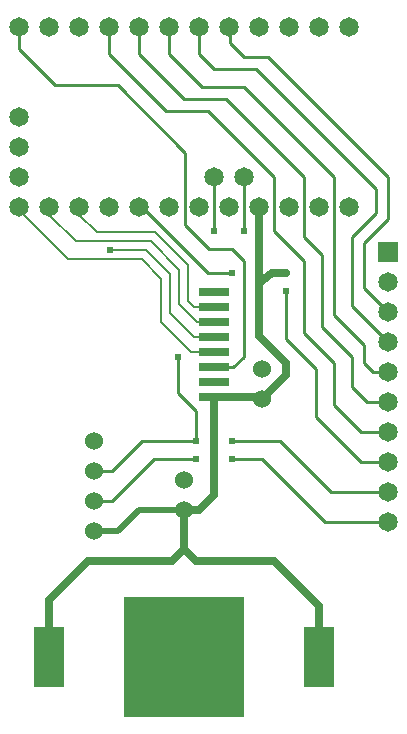
<source format=gtl>
G04 Layer: TopLayer*
G04 EasyEDA v6.2.46, 2019-11-03T11:34:55+01:00*
G04 e10e46a80a834b6b97d20d57123ccb7d,d15f1e4770a0489585fd403fbbc54e69,10*
G04 Gerber Generator version 0.2*
G04 Scale: 100 percent, Rotated: No, Reflected: No *
G04 Dimensions in inches *
G04 leading zeros omitted , absolute positions ,2 integer and 4 decimal *
%FSLAX24Y24*%
%MOIN*%
G90*
G70D02*

%ADD10C,0.010000*%
%ADD11C,0.008000*%
%ADD12C,0.025000*%
%ADD13C,0.020000*%
%ADD14C,0.024400*%
%ADD15R,0.100000X0.200000*%
%ADD16R,0.400000X0.400000*%
%ADD17R,0.100000X0.030000*%
%ADD18C,0.060000*%
%ADD19R,0.065000X0.065000*%
%ADD20C,0.065000*%

%LPD*%
G54D11*
G01X2928Y19171D02*
G01X2928Y18921D01*
G01X3500Y18350D01*
G01X5450Y18350D01*
G01X6550Y17250D01*
G01X6550Y16050D01*
G01X6750Y15850D01*
G01X7400Y15850D01*
G01X1928Y19171D02*
G01X1928Y18921D01*
G01X2800Y18050D01*
G01X5300Y18050D01*
G01X6250Y17100D01*
G01X6250Y15950D01*
G01X6850Y15350D01*
G01X7400Y15350D01*
G54D10*
G01X7400Y13850D02*
G01X8050Y13850D01*
G01X8400Y14200D01*
G01X8400Y17400D01*
G01X8000Y17800D01*
G01X7250Y17800D01*
G01X6450Y18600D01*
G01X6450Y21000D01*
G01X4200Y23250D01*
G01X2100Y23250D01*
G01X900Y24450D01*
G01X928Y24478D01*
G01X928Y25171D01*
G54D11*
G01X3950Y17750D02*
G01X5150Y17750D01*
G01X5950Y16950D01*
G01X5950Y15650D01*
G01X6750Y14850D01*
G01X7400Y14850D01*
G01X7400Y14350D02*
G01X6650Y14350D01*
G01X5650Y15350D01*
G01X5650Y16800D01*
G01X5000Y17450D01*
G01X2550Y17450D01*
G01X928Y19071D01*
G01X928Y19171D01*
G01X7400Y13350D02*
G01X7100Y13350D01*
G54D12*
G01X1900Y4200D02*
G01X1900Y6100D01*
G01X3200Y7400D01*
G01X6000Y7400D01*
G01X6400Y7800D01*
G01X6400Y9100D01*
G54D13*
G01X3400Y8400D02*
G01X4200Y8400D01*
G01X4900Y9100D01*
G01X6400Y9100D01*
G54D12*
G01X6400Y9100D02*
G01X6900Y9100D01*
G01X7400Y9600D01*
G01X7400Y12850D01*
G01X7400Y12850D02*
G01X8950Y12850D01*
G01X9000Y12800D01*
G54D10*
G01X3400Y9400D02*
G01X4000Y9400D01*
G01X5400Y10800D01*
G01X6800Y10800D01*
G01X8000Y10800D02*
G01X9000Y10800D01*
G01X11100Y8700D01*
G01X13200Y8700D01*
G01X3400Y10400D02*
G01X4000Y10400D01*
G01X5000Y11400D01*
G01X6800Y11400D01*
G01X8000Y11400D02*
G01X9600Y11400D01*
G01X11300Y9700D01*
G01X13200Y9700D01*
G01X4928Y19171D02*
G01X5028Y19171D01*
G01X7200Y17000D01*
G01X8000Y17000D01*
G01X10400Y17400D02*
G01X10000Y17800D01*
G01X9400Y18400D01*
G01X9400Y20200D01*
G01X7200Y22400D01*
G01X5800Y22400D01*
G01X3928Y24271D01*
G01X3928Y25171D01*
G01X4928Y25171D02*
G01X4928Y24271D01*
G01X6400Y22800D01*
G01X7800Y22800D01*
G01X10400Y20200D01*
G01X10400Y18200D01*
G01X11000Y17600D01*
G01X11000Y17600D01*
G01X5928Y25171D02*
G01X5928Y24271D01*
G01X7000Y23200D01*
G01X8400Y23200D01*
G01X11400Y20200D01*
G01X11400Y17600D01*
G01X11400Y17400D01*
G01X8428Y20171D02*
G01X8428Y18428D01*
G01X8400Y18400D01*
G01X7428Y20171D02*
G01X7428Y18428D01*
G01X7400Y18400D01*
G01X6928Y25171D02*
G01X6928Y24271D01*
G01X7400Y23800D01*
G01X8800Y23800D01*
G01X12800Y19800D01*
G01X12800Y19000D01*
G01X12000Y18200D01*
G01X12400Y18000D02*
G01X13200Y18800D01*
G01X13200Y20200D01*
G01X9200Y24200D01*
G01X8400Y24200D01*
G01X7950Y24650D01*
G01X7950Y25194D01*
G01X7928Y25171D01*
G01X6800Y11400D02*
G01X6800Y12400D01*
G01X6200Y13000D01*
G01X6200Y14200D01*
G54D12*
G01X10900Y4200D02*
G01X10900Y5900D01*
G01X9400Y7400D01*
G01X6800Y7400D01*
G01X6400Y7800D01*
G01X9800Y17000D02*
G01X9342Y17000D01*
G01X8928Y16659D01*
G01X8928Y19171D02*
G01X8928Y14871D01*
G01X9800Y14000D01*
G01X9800Y13600D01*
G01X9000Y12800D01*
G54D10*
G01X9800Y16400D02*
G01X9800Y14800D01*
G01X10800Y13800D01*
G01X10800Y12200D01*
G01X12300Y10700D01*
G01X13200Y10700D01*
G01X10400Y17400D02*
G01X10400Y15000D01*
G01X11400Y14000D01*
G01X11400Y12600D01*
G01X12300Y11700D01*
G01X13200Y11700D01*
G01X11000Y17600D02*
G01X11000Y15200D01*
G01X12000Y14200D01*
G01X12000Y13200D01*
G01X12500Y12700D01*
G01X13200Y12700D01*
G01X11400Y17400D02*
G01X11400Y15600D01*
G01X12400Y14600D01*
G01X12400Y14000D01*
G01X12700Y13700D01*
G01X13200Y13700D01*
G01X12000Y18200D02*
G01X12000Y15900D01*
G01X13200Y14700D01*
G01X12400Y18000D02*
G01X12400Y16500D01*
G01X13200Y15700D01*
G54D15*
G01X1900Y4200D03*
G01X10900Y4200D03*
G54D16*
G01X6400Y4200D03*
G54D17*
G01X7400Y12850D03*
G01X7400Y13350D03*
G01X7400Y13850D03*
G01X7400Y14350D03*
G01X7400Y14850D03*
G01X7400Y15350D03*
G01X7400Y15850D03*
G01X7400Y16350D03*
G54D18*
G01X9000Y12800D03*
G01X9000Y13800D03*
G01X6400Y9100D03*
G01X6400Y10100D03*
G01X3400Y8400D03*
G01X3400Y9400D03*
G01X3400Y10400D03*
G01X3400Y11400D03*
G54D19*
G01X13200Y17700D03*
G54D20*
G01X13200Y16700D03*
G01X13200Y15700D03*
G01X13200Y14700D03*
G01X13200Y13700D03*
G01X13200Y12700D03*
G01X13200Y11700D03*
G01X13200Y10700D03*
G01X13200Y9700D03*
G01X13200Y8700D03*
G01X11928Y25171D03*
G01X10928Y25171D03*
G01X9928Y25171D03*
G01X8928Y25171D03*
G01X7928Y25171D03*
G01X6928Y25171D03*
G01X5928Y25171D03*
G01X4928Y25171D03*
G01X3928Y25171D03*
G01X2928Y25171D03*
G01X1928Y25171D03*
G01X928Y25171D03*
G01X7428Y20171D03*
G01X8428Y20171D03*
G01X928Y19171D03*
G01X1928Y19171D03*
G01X2928Y19171D03*
G01X3928Y19171D03*
G01X4928Y19171D03*
G01X5928Y19171D03*
G01X6928Y19171D03*
G01X7928Y19171D03*
G01X8928Y19171D03*
G01X9928Y19171D03*
G01X10928Y19171D03*
G01X928Y20171D03*
G01X928Y21171D03*
G01X928Y22171D03*
G01X11928Y19171D03*
G54D14*
G01X3950Y17750D03*
G01X8200Y6000D03*
G01X7200Y6000D03*
G01X8200Y2400D03*
G01X7400Y2400D03*
G01X4600Y4200D03*
G01X8200Y4200D03*
G01X5400Y6000D03*
G01X5400Y2400D03*
G01X4600Y3400D03*
G01X4600Y5200D03*
G01X8200Y5200D03*
G01X8200Y3400D03*
G01X6400Y2400D03*
G01X4600Y2400D03*
G01X4600Y6000D03*
G01X6400Y6000D03*
G01X7100Y13350D03*
G01X6400Y4200D03*
G01X6800Y10800D03*
G01X6800Y11400D03*
G01X8000Y11400D03*
G01X8000Y10800D03*
G01X8000Y17000D03*
G01X7400Y18400D03*
G01X8400Y18400D03*
G01X6200Y14200D03*
G01X9800Y16400D03*
G01X9800Y17000D03*
M00*
M02*

</source>
